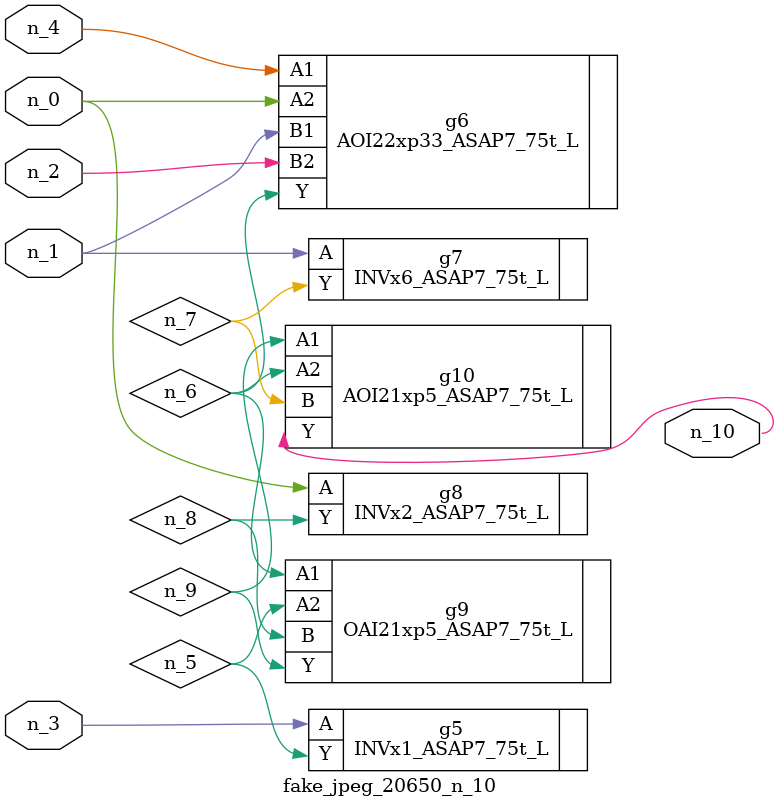
<source format=v>
module fake_jpeg_20650_n_10 (n_3, n_2, n_1, n_0, n_4, n_10);

input n_3;
input n_2;
input n_1;
input n_0;
input n_4;

output n_10;

wire n_8;
wire n_9;
wire n_6;
wire n_5;
wire n_7;

INVx1_ASAP7_75t_L g5 ( 
.A(n_3),
.Y(n_5)
);

AOI22xp33_ASAP7_75t_L g6 ( 
.A1(n_4),
.A2(n_0),
.B1(n_1),
.B2(n_2),
.Y(n_6)
);

INVx6_ASAP7_75t_L g7 ( 
.A(n_1),
.Y(n_7)
);

INVx2_ASAP7_75t_L g8 ( 
.A(n_0),
.Y(n_8)
);

OAI21xp5_ASAP7_75t_L g9 ( 
.A1(n_6),
.A2(n_5),
.B(n_8),
.Y(n_9)
);

AOI21xp5_ASAP7_75t_L g10 ( 
.A1(n_9),
.A2(n_6),
.B(n_7),
.Y(n_10)
);


endmodule
</source>
